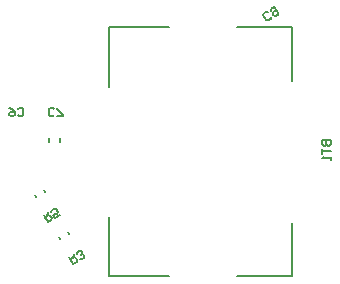
<source format=gbo>
G04*
G04 #@! TF.GenerationSoftware,Altium Limited,Altium Designer,21.9.1 (22)*
G04*
G04 Layer_Color=32896*
%FSLAX44Y44*%
%MOMM*%
G71*
G04*
G04 #@! TF.SameCoordinates,043B7ADD-777D-4B4F-A2BF-0A1D89707C51*
G04*
G04*
G04 #@! TF.FilePolarity,Positive*
G04*
G01*
G75*
%ADD12C,0.2000*%
%ADD14C,0.1270*%
D12*
X624342Y571290D02*
X627841Y565229D01*
X630871Y566979D01*
X631298Y568572D01*
X630132Y570592D01*
X628539Y571019D01*
X625508Y569270D01*
X627528Y570436D02*
X628382Y573622D01*
X637941Y571061D02*
X633901Y568728D01*
X632152Y571758D01*
X634755Y571915D01*
X635765Y572498D01*
X636192Y574091D01*
X635026Y576111D01*
X633433Y576538D01*
X631412Y575372D01*
X630985Y573779D01*
X645938Y535881D02*
X649437Y529821D01*
X652467Y531570D01*
X652894Y533163D01*
X651728Y535183D01*
X650134Y535610D01*
X647104Y533861D01*
X649124Y535027D02*
X649978Y538214D01*
X654914Y534330D02*
X656507Y533903D01*
X658527Y535069D01*
X658954Y536662D01*
X658371Y537672D01*
X656778Y538099D01*
X655768Y537516D01*
X656778Y538099D01*
X657205Y539692D01*
X656621Y540702D01*
X655028Y541129D01*
X653008Y539963D01*
X652581Y538370D01*
X602356Y660963D02*
X603523Y662129D01*
X605855D01*
X607021Y660963D01*
Y656297D01*
X605855Y655131D01*
X603523D01*
X602356Y656297D01*
X595359Y662129D02*
X597691Y660963D01*
X600024Y658630D01*
Y656297D01*
X598857Y655131D01*
X596525D01*
X595359Y656297D01*
Y657464D01*
X596525Y658630D01*
X600024D01*
X860431Y634644D02*
X867429D01*
Y631145D01*
X866263Y629979D01*
X865096D01*
X863930Y631145D01*
Y634644D01*
Y631145D01*
X862764Y629979D01*
X861597D01*
X860431Y631145D01*
Y634644D01*
Y627646D02*
Y622981D01*
Y625314D01*
X867429D01*
Y620649D02*
Y618316D01*
Y619482D01*
X860431D01*
X861597Y620649D01*
X816968Y739152D02*
X816541Y737559D01*
X814521Y736392D01*
X812927Y736819D01*
X810595Y740859D01*
X811022Y742452D01*
X813042Y743619D01*
X814635Y743192D01*
X816655Y744358D02*
X817082Y745951D01*
X819102Y747118D01*
X820695Y746691D01*
X823028Y742651D01*
X822601Y741057D01*
X820581Y739891D01*
X818988Y740318D01*
X818405Y741328D01*
X818831Y742921D01*
X821862Y744671D01*
X633634Y656197D02*
X632467Y655031D01*
X630135D01*
X628969Y656197D01*
Y660863D01*
X630135Y662029D01*
X632467D01*
X633634Y660863D01*
X635966Y655031D02*
X640631D01*
Y656197D01*
X635966Y660863D01*
Y662029D01*
D14*
X787910Y519350D02*
X834710D01*
Y564850D01*
Y684850D02*
Y730350D01*
X787910D02*
X834710D01*
X679710Y519350D02*
X730510D01*
X679710D02*
Y569850D01*
Y679850D02*
Y730350D01*
X730510D01*
X617073Y588193D02*
X618173Y586287D01*
X624867Y592693D02*
X625967Y590787D01*
X637323Y552753D02*
X638423Y550847D01*
X645117Y557253D02*
X646217Y555347D01*
X638150Y633380D02*
Y636380D01*
X629150Y633380D02*
Y636380D01*
M02*

</source>
